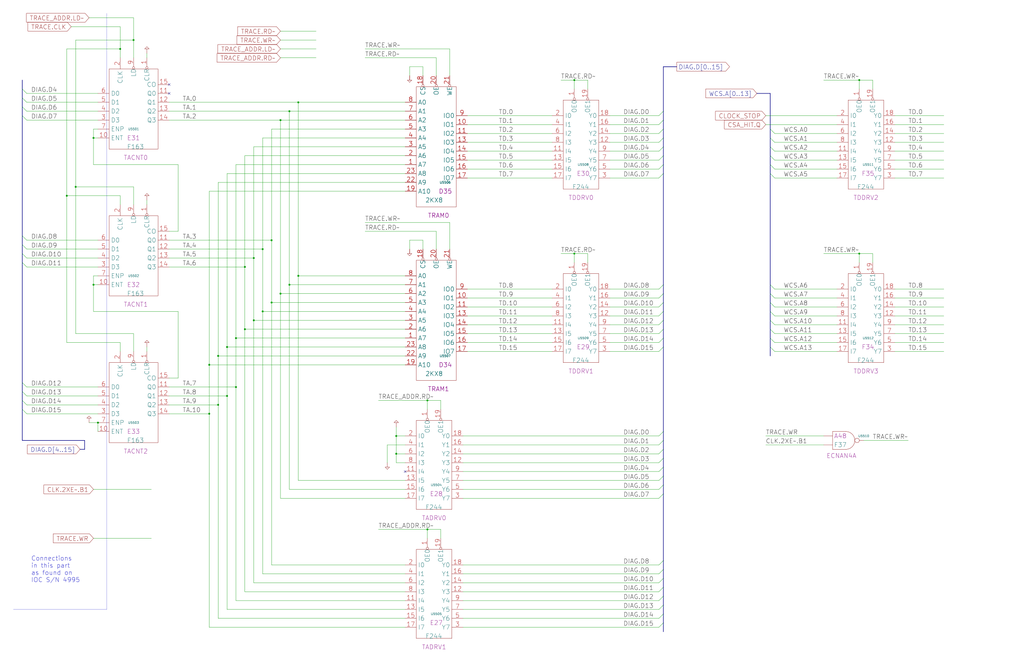
<source format=kicad_sch>
(kicad_sch (version 20250114) (generator "eeschema") (generator_version "9.0")
  (paper "User" 584.2 378.46)
  (title_block (title "TRACE RAMS") (date "22-SEP-90") (rev "2.0") (comment 1 "IOC") (comment 2 "232-003061") (comment 3 "S400") (comment 4 "RELEASED"))
  (lib_symbols
    (symbol "r1000:2KX8" (pin_names (offset 1.016))
      (property "Reference" "U" (at 2.54 5.08 0))
      (property "Value" "2KX8" (at -8.89 -5.08 0))
      (property "Location" "___" (at -1.27 0 0))
      (property "Name" "______" (at -1.27 -15.24 0))
      (symbol "2KX8_1_1"
        (rectangle (start -13.97 59.69) (end 8.89 -8.89))
        (circle (center -10.16 60.325) (radius 0.635))
        (circle (center -2.54 60.325) (radius 0.635))
        (circle (center 5.08 60.325) (radius 0.635))
        (pin input line (at -20.32 50.8 0) (length 6.35) (name "A0") (number "8"))
        (pin input line (at -20.32 45.72 0) (length 6.35) (name "A1") (number "7"))
        (pin input line (at -20.32 40.64 0) (length 6.35) (name "A2") (number "6"))
        (pin input line (at -20.32 35.56 0) (length 6.35) (name "A3") (number "5"))
        (pin input line (at -20.32 30.48 0) (length 6.35) (name "A4") (number "4"))
        (pin input line (at -20.32 25.4 0) (length 6.35) (name "A5") (number "3"))
        (pin input line (at -20.32 20.32 0) (length 6.35) (name "A6") (number "2"))
        (pin input line (at -20.32 15.24 0) (length 6.35) (name "A7") (number "1"))
        (pin input line (at -20.32 10.16 0) (length 6.35) (name "A8") (number "23"))
        (pin input line (at -20.32 5.08 0) (length 6.35) (name "A9") (number "22"))
        (pin input line (at -20.32 0 0) (length 6.35) (name "A10") (number "19"))
        (pin input line (at -10.16 66.04 270) (length 5.08) (name "CS") (number "18"))
        (pin input line (at -2.54 66.04 270) (length 5.08) (name "OE") (number "20"))
        (pin input line (at 5.08 66.04 270) (length 5.08) (name "WE") (number "21"))
        (pin bidirectional line (at 15.24 43.18 180) (length 6.35) (name "IO0") (number "9"))
        (pin bidirectional line (at 15.24 38.1 180) (length 6.35) (name "IO1") (number "10"))
        (pin bidirectional line (at 15.24 33.02 180) (length 6.35) (name "IO2") (number "11"))
        (pin bidirectional line (at 15.24 27.94 180) (length 6.35) (name "IO3") (number "13"))
        (pin bidirectional line (at 15.24 22.86 180) (length 6.35) (name "IO4") (number "14"))
        (pin bidirectional line (at 15.24 17.78 180) (length 6.35) (name "IO5") (number "15"))
        (pin bidirectional line (at 15.24 12.7 180) (length 6.35) (name "IO6") (number "16"))
        (pin bidirectional line (at 15.24 7.62 180) (length 6.35) (name "IO7") (number "17"))
      )
    )
    (symbol "r1000:F163" (pin_names (offset 1.016))
      (property "Reference" "U" (at 2.54 5.08 0))
      (property "Value" "F163" (at -1.27 -5.08 0))
      (property "Location" "___" (at -1.27 0 0))
      (property "Name" "______" (at 3.81 -12.7 0))
      (symbol "F163_1_1"
        (rectangle (start -11.43 39.37) (end 16.51 -6.35))
        (circle (center 2.54 40.005) (radius 0.635))
        (circle (center 10.16 40.005) (radius 0.635))
        (pin input line (at -17.78 25.4 0) (length 6.35) (name "D0") (number "6"))
        (pin input line (at -17.78 20.32 0) (length 6.35) (name "D1") (number "5"))
        (pin input line (at -17.78 15.24 0) (length 6.35) (name "D2") (number "4"))
        (pin input line (at -17.78 10.16 0) (length 6.35) (name "D3") (number "3"))
        (pin input line (at -17.78 5.08 0) (length 6.35) (name "ENP") (number "7"))
        (pin input line (at -17.78 0 0) (length 6.35) (name "ENT") (number "10"))
        (pin input line (at -5.08 45.72 270) (length 6.35) (name "CLK") (number "2"))
        (pin input line (at 2.54 45.72 270) (length 5.08) (name "LD") (number "9"))
        (pin input line (at 10.16 45.72 270) (length 5.08) (name "CLR") (number "1"))
        (pin output line (at 22.86 30.48 180) (length 6.35) (name "CO") (number "15"))
        (pin output line (at 22.86 25.4 180) (length 6.35) (name "Q0") (number "11"))
        (pin output line (at 22.86 20.32 180) (length 6.35) (name "Q1") (number "12"))
        (pin output line (at 22.86 15.24 180) (length 6.35) (name "Q2") (number "13"))
        (pin output line (at 22.86 10.16 180) (length 6.35) (name "Q3") (number "14"))
      )
    )
    (symbol "r1000:F244" (pin_names (offset 1.016))
      (property "Reference" "U" (at 2.54 5.08 0))
      (property "Value" "F244" (at -3.81 -7.62 0))
      (property "Location" "___" (at -1.27 0 0))
      (property "Name" "______" (at 1.27 -15.24 0))
      (symbol "F244_1_1"
        (rectangle (start -8.89 41.91) (end 11.43 -8.89))
        (circle (center -2.54 42.545) (radius 0.635))
        (circle (center 5.08 42.545) (radius 0.635))
        (pin input line (at -15.24 33.02 0) (length 6.35) (name "I0") (number "2"))
        (pin input line (at -15.24 27.94 0) (length 6.35) (name "I1") (number "4"))
        (pin input line (at -15.24 22.86 0) (length 6.35) (name "I2") (number "6"))
        (pin input line (at -15.24 17.78 0) (length 6.35) (name "I3") (number "8"))
        (pin input line (at -15.24 12.7 0) (length 6.35) (name "I4") (number "11"))
        (pin input line (at -15.24 7.62 0) (length 6.35) (name "I5") (number "13"))
        (pin input line (at -15.24 2.54 0) (length 6.35) (name "I6") (number "15"))
        (pin input line (at -15.24 -2.54 0) (length 6.35) (name "I7") (number "17"))
        (pin input line (at -2.54 48.26 270) (length 5.08) (name "OE0") (number "1"))
        (pin input line (at 5.08 48.26 270) (length 5.08) (name "OE1") (number "19"))
        (pin tri_state line (at 17.78 33.02 180) (length 6.35) (name "Y0") (number "18"))
        (pin tri_state line (at 17.78 27.94 180) (length 6.35) (name "Y1") (number "16"))
        (pin tri_state line (at 17.78 22.86 180) (length 6.35) (name "Y2") (number "14"))
        (pin tri_state line (at 17.78 17.78 180) (length 6.35) (name "Y3") (number "12"))
        (pin tri_state line (at 17.78 12.7 180) (length 6.35) (name "Y4") (number "9"))
        (pin tri_state line (at 17.78 7.62 180) (length 6.35) (name "Y5") (number "7"))
        (pin tri_state line (at 17.78 2.54 180) (length 6.35) (name "Y6") (number "5"))
        (pin tri_state line (at 17.78 -2.54 180) (length 6.35) (name "Y7") (number "3"))
      )
    )
    (symbol "r1000:F37" (pin_numbers (hide yes)) (pin_names (offset 0) (hide yes))
      (property "Reference" "U" (at 15.24 0 0))
      (property "Value" "F37" (at 1.905 -5.08 0))
      (property "Location" "___" (at 1.905 0 0))
      (property "Name" "______" (at 2.54 -12.7 0))
      (symbol "F37_0_1"
        (polyline (pts (xy -2.54 2.54) (xy -2.54 -7.62)) (stroke (width 0.1524)))
        (polyline (pts (xy -2.54 2.54) (xy 5.08 2.54)) (stroke (width 0.1524)))
        (polyline (pts (xy -2.54 -7.62) (xy 5.08 -7.62)) (stroke (width 0.1524)))
        (arc (start 5.08 2.54) (mid 10.1281 -2.54) (end 5.08 -7.62) (stroke (width 0.1524)))
        (circle (center 11.43 -2.54) (radius 1.27) (stroke (width 0.1524)))
      )
      (symbol "F37_0_2"
        (arc (start -3.175 2.54) (mid -2.134 -2.54) (end -3.175 -7.62) (stroke (width 0.1524)))
        (circle (center -3.81 0) (radius 1.27) (stroke (width 0.1524)))
        (circle (center -3.81 -5.08) (radius 1.27) (stroke (width 0.1524)))
        (polyline (pts (xy -3.175 2.54) (xy 3.81 2.54)) (stroke (width 0.1524)))
        (polyline (pts (xy -3.175 -7.62) (xy 3.81 -7.62)) (stroke (width 0.1524)))
        (arc (start 3.81 2.54) (mid 7.5828 0.7472) (end 10.16 -2.54) (stroke (width 0.1524)))
        (arc (start 10.16 -2.54) (mid 7.5855 -5.8306) (end 3.81 -7.62) (stroke (width 0.1524)))
      )
      (symbol "F37_1_1"
        (pin input line (at -7.62 0 0) (length 5.08) (name "D0") (number "1"))
        (pin input line (at -7.62 -5.08 0) (length 5.08) (name "D1") (number "2"))
        (pin output line (at 15.24 -2.54 180) (length 2.54) (name "Q") (number "3"))
      )
      (symbol "F37_1_2"
        (pin input line (at -7.62 0 0) (length 2.54) (name "D0") (number "1"))
        (pin input line (at -7.62 -5.08 0) (length 2.54) (name "D1") (number "2"))
        (pin output line (at 15.24 -2.54 180) (length 5.08) (name "Q") (number "3"))
      )
    )
    (symbol "r1000:PD" (power) (pin_numbers (hide yes)) (pin_names (hide yes)) (in_bom no)
      (symbol "PD_0_1"
        (polyline (pts (xy 0 -2.54) (xy 1.27 -2.54) (xy 0 -3.81) (xy -1.27 -2.54) (xy 0 -2.54)) (stroke (width 0.1524)))
      )
      (symbol "PD_1_1"
        (pin power_in line (at 0 0 270) (length 2.54) (name "PD") (number "1"))
      )
    )
    (symbol "r1000:PU" (power) (pin_numbers (hide yes)) (pin_names (hide yes))
      (symbol "PU_0_1"
        (polyline (pts (xy 0 2.54) (xy -1.27 2.54) (xy 0 3.81) (xy 1.27 2.54) (xy 0 2.54)) (stroke (width 0.1524)))
      )
      (symbol "PU_1_1"
        (pin power_in line (at 0 0 90) (length 2.54) (name "PU") (number "1"))
      )
    )
  )
  (text "Connections\nin this part\nas found on\nIOC S/N 4995" (at 17.78 332.74 0) (effects (font (size 2.54 2.54)) (justify left bottom)))
  (junction (at 327.66 45.72))
  (junction (at 160.02 167.64))
  (junction (at 165.1 63.5))
  (junction (at 38.1 111.76))
  (junction (at 134.62 193.04))
  (junction (at 243.84 228.6))
  (junction (at 43.18 106.68))
  (junction (at 53.34 78.74))
  (junction (at 160.02 68.58))
  (junction (at 53.34 162.56))
  (junction (at 327.66 144.78))
  (junction (at 68.58 27.94))
  (junction (at 119.38 236.22))
  (junction (at 144.78 182.88))
  (junction (at 149.86 177.8))
  (junction (at 165.1 162.56))
  (junction (at 149.86 142.24))
  (junction (at 134.62 220.98))
  (junction (at 124.46 203.2))
  (junction (at 129.54 198.12))
  (junction (at 170.18 58.42))
  (junction (at 226.06 259.08))
  (junction (at 154.94 172.72))
  (junction (at 490.22 45.72))
  (junction (at 129.54 226.06))
  (junction (at 139.7 187.96))
  (junction (at 243.84 302.26))
  (junction (at 170.18 157.48))
  (junction (at 226.06 248.92))
  (junction (at 55.88 241.3))
  (junction (at 119.38 208.28))
  (junction (at 490.22 144.78))
  (junction (at 144.78 147.32))
  (junction (at 139.7 152.4))
  (junction (at 154.94 137.16))
  (junction (at 124.46 231.14))
  (junction (at 76.2 22.86))
  (no_connect (at 96.52 53.34))
  (no_connect (at 96.52 48.26))
  (no_connect (at 231.14 269.24))
  (bus_entry (at 378.46 68.58) (size -2.54 2.54))
  (bus_entry (at 12.7 66.04) (size 2.54 2.54))
  (bus_entry (at 378.46 246.38) (size -2.54 2.54))
  (bus_entry (at 439.42 187.96) (size 2.54 2.54))
  (bus_entry (at 439.42 83.82) (size 2.54 2.54))
  (bus_entry (at 378.46 167.64) (size -2.54 2.54))
  (bus_entry (at 439.42 93.98) (size 2.54 2.54))
  (bus_entry (at 12.7 218.44) (size 2.54 2.54))
  (bus_entry (at 378.46 198.12) (size -2.54 2.54))
  (bus_entry (at 12.7 228.6) (size 2.54 2.54))
  (bus_entry (at 378.46 281.94) (size -2.54 2.54))
  (bus_entry (at 378.46 261.62) (size -2.54 2.54))
  (bus_entry (at 12.7 223.52) (size 2.54 2.54))
  (bus_entry (at 378.46 93.98) (size -2.54 2.54))
  (bus_entry (at 378.46 355.6) (size -2.54 2.54))
  (bus_entry (at 378.46 251.46) (size -2.54 2.54))
  (bus_entry (at 378.46 172.72) (size -2.54 2.54))
  (bus_entry (at 439.42 88.9) (size 2.54 2.54))
  (bus_entry (at 378.46 83.82) (size -2.54 2.54))
  (bus_entry (at 439.42 193.04) (size 2.54 2.54))
  (bus_entry (at 439.42 182.88) (size 2.54 2.54))
  (bus_entry (at 12.7 149.86) (size 2.54 2.54))
  (bus_entry (at 378.46 73.66) (size -2.54 2.54))
  (bus_entry (at 378.46 182.88) (size -2.54 2.54))
  (bus_entry (at 439.42 177.8) (size 2.54 2.54))
  (bus_entry (at 439.42 78.74) (size 2.54 2.54))
  (bus_entry (at 12.7 144.78) (size 2.54 2.54))
  (bus_entry (at 378.46 335.28) (size -2.54 2.54))
  (bus_entry (at 12.7 233.68) (size 2.54 2.54))
  (bus_entry (at 378.46 88.9) (size -2.54 2.54))
  (bus_entry (at 378.46 187.96) (size -2.54 2.54))
  (bus_entry (at 378.46 330.2) (size -2.54 2.54))
  (bus_entry (at 378.46 99.06) (size -2.54 2.54))
  (bus_entry (at 439.42 167.64) (size 2.54 2.54))
  (bus_entry (at 378.46 177.8) (size -2.54 2.54))
  (bus_entry (at 378.46 345.44) (size -2.54 2.54))
  (bus_entry (at 378.46 271.78) (size -2.54 2.54))
  (bus_entry (at 378.46 162.56) (size -2.54 2.54))
  (bus_entry (at 378.46 350.52) (size -2.54 2.54))
  (bus_entry (at 378.46 276.86) (size -2.54 2.54))
  (bus_entry (at 378.46 266.7) (size -2.54 2.54))
  (bus_entry (at 12.7 50.8) (size 2.54 2.54))
  (bus_entry (at 378.46 256.54) (size -2.54 2.54))
  (bus_entry (at 378.46 340.36) (size -2.54 2.54))
  (bus_entry (at 439.42 172.72) (size 2.54 2.54))
  (bus_entry (at 12.7 55.88) (size 2.54 2.54))
  (bus_entry (at 12.7 139.7) (size 2.54 2.54))
  (bus_entry (at 439.42 198.12) (size 2.54 2.54))
  (bus_entry (at 439.42 99.06) (size 2.54 2.54))
  (bus_entry (at 378.46 325.12) (size -2.54 2.54))
  (bus_entry (at 12.7 134.62) (size 2.54 2.54))
  (bus_entry (at 439.42 162.56) (size 2.54 2.54))
  (bus_entry (at 439.42 73.66) (size 2.54 2.54))
  (bus_entry (at 378.46 193.04) (size -2.54 2.54))
  (bus_entry (at 378.46 78.74) (size -2.54 2.54))
  (bus_entry (at 12.7 60.96) (size 2.54 2.54))
  (bus_entry (at 378.46 320.04) (size -2.54 2.54))
  (bus_entry (at 378.46 63.5) (size -2.54 2.54))
  (bus (pts (xy 378.46 162.56) (xy 378.46 167.64)))
  (wire (pts (xy 76.2 190.5) (xy 43.18 190.5)))
  (wire (pts (xy 139.7 88.9) (xy 231.14 88.9)))
  (wire (pts (xy 154.94 137.16) (xy 154.94 172.72)))
  (wire (pts (xy 38.1 195.58) (xy 38.1 111.76)))
  (wire (pts (xy 154.94 73.66) (xy 154.94 137.16)))
  (wire (pts (xy 160.02 167.64) (xy 231.14 167.64)))
  (bus (pts (xy 439.42 187.96) (xy 439.42 193.04)))
  (wire (pts (xy 264.16 353.06) (xy 375.92 353.06)))
  (wire (pts (xy 15.24 137.16) (xy 55.88 137.16)))
  (bus (pts (xy 439.42 73.66) (xy 439.42 78.74)))
  (wire (pts (xy 134.62 193.04) (xy 231.14 193.04)))
  (wire (pts (xy 144.78 182.88) (xy 231.14 182.88)))
  (wire (pts (xy 264.16 322.58) (xy 375.92 322.58)))
  (wire (pts (xy 226.06 248.92) (xy 231.14 248.92)))
  (wire (pts (xy 101.6 177.8) (xy 53.34 177.8)))
  (wire (pts (xy 231.14 337.82) (xy 139.7 337.82)))
  (bus (pts (xy 12.7 66.04) (xy 12.7 134.62)))
  (wire (pts (xy 53.34 157.48) (xy 55.88 157.48)))
  (wire (pts (xy 490.22 144.78) (xy 469.9 144.78)))
  (bus (pts (xy 12.7 223.52) (xy 12.7 228.6)))
  (bus (pts (xy 378.46 99.06) (xy 378.46 162.56)))
  (wire (pts (xy 243.84 302.26) (xy 243.84 307.34)))
  (bus (pts (xy 378.46 172.72) (xy 378.46 177.8)))
  (wire (pts (xy 208.28 27.94) (xy 256.54 27.94)))
  (wire (pts (xy 96.52 58.42) (xy 170.18 58.42)))
  (wire (pts (xy 129.54 226.06) (xy 129.54 198.12)))
  (wire (pts (xy 441.96 165.1) (xy 477.52 165.1)))
  (wire (pts (xy 76.2 22.86) (xy 76.2 33.02)))
  (wire (pts (xy 320.04 45.72) (xy 327.66 45.72)))
  (wire (pts (xy 441.96 180.34) (xy 477.52 180.34)))
  (wire (pts (xy 96.52 142.24) (xy 149.86 142.24)))
  (wire (pts (xy 510.54 195.58) (xy 538.48 195.58)))
  (wire (pts (xy 129.54 198.12) (xy 129.54 99.06)))
  (wire (pts (xy 264.16 347.98) (xy 375.92 347.98)))
  (wire (pts (xy 231.14 104.14) (xy 124.46 104.14)))
  (wire (pts (xy 53.34 78.74) (xy 55.88 78.74)))
  (wire (pts (xy 256.54 43.18) (xy 256.54 27.94)))
  (wire (pts (xy 149.86 78.74) (xy 231.14 78.74)))
  (wire (pts (xy 15.24 152.4) (xy 55.88 152.4)))
  (wire (pts (xy 231.14 327.66) (xy 149.86 327.66)))
  (wire (pts (xy 241.3 142.24) (xy 241.3 137.16)))
  (wire (pts (xy 119.38 208.28) (xy 119.38 109.22)))
  (wire (pts (xy 50.8 241.3) (xy 55.88 241.3)))
  (wire (pts (xy 510.54 190.5) (xy 538.48 190.5)))
  (wire (pts (xy 510.54 91.44) (xy 538.48 91.44)))
  (wire (pts (xy 241.3 38.1) (xy 233.68 38.1)))
  (wire (pts (xy 510.54 200.66) (xy 538.48 200.66)))
  (bus (pts (xy 378.46 167.64) (xy 378.46 172.72)))
  (bus (pts (xy 378.46 198.12) (xy 378.46 246.38)))
  (wire (pts (xy 264.16 264.16) (xy 375.92 264.16)))
  (wire (pts (xy 266.7 96.52) (xy 314.96 96.52)))
  (wire (pts (xy 96.52 231.14) (xy 124.46 231.14)))
  (wire (pts (xy 15.24 236.22) (xy 55.88 236.22)))
  (wire (pts (xy 231.14 73.66) (xy 154.94 73.66)))
  (wire (pts (xy 441.96 200.66) (xy 477.52 200.66)))
  (wire (pts (xy 68.58 27.94) (xy 68.58 33.02)))
  (bus (pts (xy 12.7 228.6) (xy 12.7 233.68)))
  (wire (pts (xy 76.2 200.66) (xy 76.2 190.5)))
  (bus (pts (xy 378.46 193.04) (xy 378.46 198.12)))
  (wire (pts (xy 510.54 101.6) (xy 538.48 101.6)))
  (wire (pts (xy 347.98 190.5) (xy 375.92 190.5)))
  (wire (pts (xy 139.7 187.96) (xy 139.7 152.4)))
  (wire (pts (xy 129.54 99.06) (xy 231.14 99.06)))
  (bus (pts (xy 378.46 340.36) (xy 378.46 345.44)))
  (wire (pts (xy 231.14 274.32) (xy 170.18 274.32)))
  (wire (pts (xy 248.92 142.24) (xy 248.92 132.08)))
  (wire (pts (xy 76.2 10.16) (xy 76.2 22.86)))
  (wire (pts (xy 160.02 68.58) (xy 231.14 68.58)))
  (wire (pts (xy 441.96 185.42) (xy 477.52 185.42)))
  (wire (pts (xy 231.14 347.98) (xy 129.54 347.98)))
  (wire (pts (xy 266.7 180.34) (xy 314.96 180.34)))
  (wire (pts (xy 96.52 220.98) (xy 134.62 220.98)))
  (bus (pts (xy 439.42 177.8) (xy 439.42 182.88)))
  (wire (pts (xy 436.88 254) (xy 469.9 254)))
  (wire (pts (xy 490.22 45.72) (xy 490.22 50.8)))
  (bus (pts (xy 439.42 182.88) (xy 439.42 187.96)))
  (bus (pts (xy 378.46 182.88) (xy 378.46 187.96)))
  (wire (pts (xy 149.86 177.8) (xy 231.14 177.8)))
  (wire (pts (xy 248.92 43.18) (xy 248.92 33.02)))
  (bus (pts (xy 378.46 93.98) (xy 378.46 99.06)))
  (wire (pts (xy 15.24 220.98) (xy 55.88 220.98)))
  (wire (pts (xy 96.52 226.06) (xy 129.54 226.06)))
  (wire (pts (xy 266.7 86.36) (xy 314.96 86.36)))
  (bus (pts (xy 12.7 218.44) (xy 12.7 223.52)))
  (wire (pts (xy 96.52 152.4) (xy 139.7 152.4)))
  (wire (pts (xy 38.1 27.94) (xy 68.58 27.94)))
  (bus (pts (xy 439.42 193.04) (xy 439.42 198.12)))
  (bus (pts (xy 378.46 187.96) (xy 378.46 193.04)))
  (wire (pts (xy 124.46 104.14) (xy 124.46 203.2)))
  (wire (pts (xy 165.1 162.56) (xy 165.1 63.5)))
  (wire (pts (xy 490.22 45.72) (xy 497.84 45.72)))
  (wire (pts (xy 144.78 332.74) (xy 231.14 332.74)))
  (wire (pts (xy 96.52 215.9) (xy 101.6 215.9)))
  (bus (pts (xy 378.46 350.52) (xy 378.46 355.6)))
  (bus (pts (xy 378.46 276.86) (xy 378.46 281.94)))
  (wire (pts (xy 243.84 228.6) (xy 251.46 228.6)))
  (wire (pts (xy 510.54 76.2) (xy 538.48 76.2)))
  (wire (pts (xy 497.84 149.86) (xy 497.84 144.78)))
  (wire (pts (xy 149.86 142.24) (xy 149.86 78.74)))
  (wire (pts (xy 68.58 116.84) (xy 68.58 111.76)))
  (bus (pts (xy 378.46 88.9) (xy 378.46 93.98)))
  (wire (pts (xy 441.96 96.52) (xy 477.52 96.52)))
  (wire (pts (xy 144.78 182.88) (xy 144.78 332.74)))
  (wire (pts (xy 441.96 91.44) (xy 477.52 91.44)))
  (wire (pts (xy 347.98 195.58) (xy 375.92 195.58)))
  (bus (pts (xy 378.46 78.74) (xy 378.46 83.82)))
  (wire (pts (xy 248.92 132.08) (xy 208.28 132.08)))
  (wire (pts (xy 124.46 231.14) (xy 124.46 353.06)))
  (bus (pts (xy 439.42 93.98) (xy 439.42 99.06)))
  (wire (pts (xy 441.96 101.6) (xy 477.52 101.6)))
  (bus (pts (xy 12.7 45.72) (xy 12.7 50.8)))
  (wire (pts (xy 53.34 73.66) (xy 55.88 73.66)))
  (wire (pts (xy 510.54 86.36) (xy 538.48 86.36)))
  (wire (pts (xy 241.3 43.18) (xy 241.3 38.1)))
  (wire (pts (xy 347.98 185.42) (xy 375.92 185.42)))
  (wire (pts (xy 68.58 195.58) (xy 38.1 195.58)))
  (wire (pts (xy 436.88 66.04) (xy 477.52 66.04)))
  (wire (pts (xy 327.66 144.78) (xy 335.28 144.78)))
  (wire (pts (xy 160.02 284.48) (xy 160.02 167.64)))
  (wire (pts (xy 76.2 116.84) (xy 76.2 106.68)))
  (wire (pts (xy 266.7 170.18) (xy 314.96 170.18)))
  (wire (pts (xy 53.34 162.56) (xy 55.88 162.56)))
  (wire (pts (xy 38.1 111.76) (xy 38.1 27.94)))
  (wire (pts (xy 160.02 22.86) (xy 180.34 22.86)))
  (wire (pts (xy 231.14 284.48) (xy 160.02 284.48)))
  (wire (pts (xy 441.96 76.2) (xy 477.52 76.2)))
  (wire (pts (xy 96.52 63.5) (xy 165.1 63.5)))
  (bus (pts (xy 12.7 149.86) (xy 12.7 218.44)))
  (wire (pts (xy 441.96 86.36) (xy 477.52 86.36)))
  (wire (pts (xy 231.14 254) (xy 220.98 254)))
  (wire (pts (xy 347.98 71.12) (xy 375.92 71.12)))
  (wire (pts (xy 129.54 347.98) (xy 129.54 226.06)))
  (wire (pts (xy 347.98 91.44) (xy 375.92 91.44)))
  (wire (pts (xy 492.76 251.46) (xy 518.16 251.46)))
  (wire (pts (xy 266.7 71.12) (xy 314.96 71.12)))
  (wire (pts (xy 469.9 45.72) (xy 490.22 45.72)))
  (wire (pts (xy 53.34 162.56) (xy 53.34 157.48)))
  (bus (pts (xy 378.46 63.5) (xy 378.46 68.58)))
  (wire (pts (xy 15.24 147.32) (xy 55.88 147.32)))
  (wire (pts (xy 347.98 200.66) (xy 375.92 200.66)))
  (wire (pts (xy 264.16 284.48) (xy 375.92 284.48)))
  (bus (pts (xy 378.46 281.94) (xy 378.46 320.04)))
  (wire (pts (xy 83.82 198.12) (xy 83.82 200.66)))
  (bus (pts (xy 439.42 172.72) (xy 439.42 177.8)))
  (wire (pts (xy 83.82 30.48) (xy 83.82 33.02)))
  (bus (pts (xy 48.26 251.46) (xy 12.7 251.46)))
  (wire (pts (xy 266.7 200.66) (xy 314.96 200.66)))
  (wire (pts (xy 96.52 132.08) (xy 101.6 132.08)))
  (bus (pts (xy 439.42 53.34) (xy 439.42 73.66)))
  (wire (pts (xy 15.24 58.42) (xy 55.88 58.42)))
  (wire (pts (xy 436.88 248.92) (xy 469.9 248.92)))
  (wire (pts (xy 233.68 137.16) (xy 233.68 142.24)))
  (wire (pts (xy 266.7 190.5) (xy 314.96 190.5)))
  (wire (pts (xy 215.9 302.26) (xy 243.84 302.26)))
  (wire (pts (xy 165.1 63.5) (xy 231.14 63.5)))
  (wire (pts (xy 510.54 71.12) (xy 538.48 71.12)))
  (wire (pts (xy 327.66 45.72) (xy 327.66 50.8)))
  (wire (pts (xy 266.7 66.04) (xy 314.96 66.04)))
  (bus (pts (xy 12.7 134.62) (xy 12.7 139.7)))
  (wire (pts (xy 139.7 152.4) (xy 139.7 88.9)))
  (wire (pts (xy 165.1 162.56) (xy 231.14 162.56)))
  (wire (pts (xy 170.18 58.42) (xy 231.14 58.42)))
  (wire (pts (xy 50.8 10.16) (xy 76.2 10.16)))
  (wire (pts (xy 15.24 53.34) (xy 55.88 53.34)))
  (wire (pts (xy 124.46 203.2) (xy 231.14 203.2)))
  (wire (pts (xy 215.9 228.6) (xy 243.84 228.6)))
  (wire (pts (xy 170.18 274.32) (xy 170.18 157.48)))
  (wire (pts (xy 266.7 175.26) (xy 314.96 175.26)))
  (wire (pts (xy 76.2 106.68) (xy 43.18 106.68)))
  (wire (pts (xy 441.96 195.58) (xy 477.52 195.58)))
  (wire (pts (xy 15.24 68.58) (xy 55.88 68.58)))
  (bus (pts (xy 378.46 73.66) (xy 378.46 78.74)))
  (wire (pts (xy 53.34 93.98) (xy 53.34 78.74)))
  (wire (pts (xy 436.88 71.12) (xy 477.52 71.12)))
  (bus (pts (xy 378.46 330.2) (xy 378.46 335.28)))
  (bus (pts (xy 439.42 78.74) (xy 439.42 83.82)))
  (wire (pts (xy 327.66 144.78) (xy 327.66 149.86)))
  (wire (pts (xy 53.34 279.4) (xy 86.36 279.4)))
  (wire (pts (xy 43.18 22.86) (xy 76.2 22.86)))
  (wire (pts (xy 264.16 327.66) (xy 375.92 327.66)))
  (wire (pts (xy 347.98 165.1) (xy 375.92 165.1)))
  (wire (pts (xy 68.58 200.66) (xy 68.58 195.58)))
  (wire (pts (xy 43.18 106.68) (xy 43.18 22.86)))
  (wire (pts (xy 510.54 180.34) (xy 538.48 180.34)))
  (wire (pts (xy 347.98 170.18) (xy 375.92 170.18)))
  (wire (pts (xy 101.6 132.08) (xy 101.6 93.98)))
  (bus (pts (xy 439.42 162.56) (xy 439.42 167.64)))
  (bus (pts (xy 378.46 83.82) (xy 378.46 88.9)))
  (bus (pts (xy 378.46 320.04) (xy 378.46 325.12)))
  (wire (pts (xy 264.16 269.24) (xy 375.92 269.24)))
  (wire (pts (xy 266.7 195.58) (xy 314.96 195.58)))
  (wire (pts (xy 256.54 142.24) (xy 256.54 127)))
  (bus (pts (xy 378.46 38.1) (xy 386.08 38.1)))
  (bus (pts (xy 378.46 251.46) (xy 378.46 256.54)))
  (wire (pts (xy 96.52 68.58) (xy 160.02 68.58)))
  (wire (pts (xy 510.54 185.42) (xy 538.48 185.42)))
  (wire (pts (xy 15.24 142.24) (xy 55.88 142.24)))
  (wire (pts (xy 96.52 236.22) (xy 119.38 236.22)))
  (wire (pts (xy 347.98 86.36) (xy 375.92 86.36)))
  (bus (pts (xy 12.7 55.88) (xy 12.7 60.96)))
  (wire (pts (xy 327.66 45.72) (xy 335.28 45.72)))
  (wire (pts (xy 170.18 157.48) (xy 170.18 58.42)))
  (wire (pts (xy 226.06 259.08) (xy 226.06 248.92)))
  (wire (pts (xy 208.28 127) (xy 256.54 127)))
  (wire (pts (xy 266.7 101.6) (xy 314.96 101.6)))
  (wire (pts (xy 266.7 91.44) (xy 314.96 91.44)))
  (bus (pts (xy 439.42 83.82) (xy 439.42 88.9)))
  (wire (pts (xy 233.68 38.1) (xy 233.68 43.18)))
  (wire (pts (xy 241.3 137.16) (xy 233.68 137.16)))
  (bus (pts (xy 378.46 68.58) (xy 378.46 73.66)))
  (wire (pts (xy 231.14 83.82) (xy 144.78 83.82)))
  (bus (pts (xy 378.46 271.78) (xy 378.46 276.86)))
  (wire (pts (xy 243.84 302.26) (xy 251.46 302.26)))
  (wire (pts (xy 154.94 172.72) (xy 154.94 322.58)))
  (wire (pts (xy 134.62 93.98) (xy 134.62 193.04)))
  (wire (pts (xy 149.86 177.8) (xy 149.86 142.24)))
  (wire (pts (xy 510.54 96.52) (xy 538.48 96.52)))
  (wire (pts (xy 510.54 66.04) (xy 538.48 66.04)))
  (bus (pts (xy 12.7 233.68) (xy 12.7 251.46)))
  (bus (pts (xy 439.42 167.64) (xy 439.42 172.72)))
  (wire (pts (xy 124.46 203.2) (xy 124.46 231.14)))
  (bus (pts (xy 378.46 266.7) (xy 378.46 271.78)))
  (wire (pts (xy 264.16 254) (xy 375.92 254)))
  (wire (pts (xy 160.02 33.02) (xy 180.34 33.02)))
  (wire (pts (xy 160.02 17.78) (xy 180.34 17.78)))
  (wire (pts (xy 15.24 63.5) (xy 55.88 63.5)))
  (bus (pts (xy 431.8 53.34) (xy 439.42 53.34)))
  (wire (pts (xy 170.18 157.48) (xy 231.14 157.48)))
  (wire (pts (xy 510.54 81.28) (xy 538.48 81.28)))
  (wire (pts (xy 497.84 144.78) (xy 490.22 144.78)))
  (wire (pts (xy 231.14 93.98) (xy 134.62 93.98)))
  (bus (pts (xy 378.46 355.6) (xy 378.46 360.68)))
  (wire (pts (xy 68.58 15.24) (xy 68.58 27.94)))
  (wire (pts (xy 139.7 337.82) (xy 139.7 187.96)))
  (wire (pts (xy 226.06 264.16) (xy 226.06 259.08)))
  (wire (pts (xy 55.88 241.3) (xy 55.88 246.38)))
  (bus (pts (xy 439.42 99.06) (xy 439.42 162.56)))
  (wire (pts (xy 43.18 190.5) (xy 43.18 106.68)))
  (bus (pts (xy 439.42 88.9) (xy 439.42 93.98)))
  (wire (pts (xy 264.16 332.74) (xy 375.92 332.74)))
  (wire (pts (xy 101.6 93.98) (xy 53.34 93.98)))
  (bus (pts (xy 12.7 60.96) (xy 12.7 66.04)))
  (wire (pts (xy 231.14 358.14) (xy 119.38 358.14)))
  (bus (pts (xy 378.46 325.12) (xy 378.46 330.2)))
  (wire (pts (xy 101.6 215.9) (xy 101.6 177.8)))
  (wire (pts (xy 347.98 175.26) (xy 375.92 175.26)))
  (bus (pts (xy 45.72 256.54) (xy 48.26 256.54)))
  (wire (pts (xy 441.96 81.28) (xy 477.52 81.28)))
  (wire (pts (xy 264.16 358.14) (xy 375.92 358.14)))
  (wire (pts (xy 510.54 165.1) (xy 538.48 165.1)))
  (wire (pts (xy 231.14 264.16) (xy 226.06 264.16)))
  (wire (pts (xy 347.98 76.2) (xy 375.92 76.2)))
  (wire (pts (xy 266.7 165.1) (xy 314.96 165.1)))
  (wire (pts (xy 264.16 248.92) (xy 375.92 248.92)))
  (wire (pts (xy 266.7 185.42) (xy 314.96 185.42)))
  (wire (pts (xy 96.52 137.16) (xy 154.94 137.16)))
  (bus (pts (xy 12.7 50.8) (xy 12.7 55.88)))
  (wire (pts (xy 441.96 170.18) (xy 477.52 170.18)))
  (wire (pts (xy 53.34 307.34) (xy 86.36 307.34)))
  (wire (pts (xy 160.02 167.64) (xy 160.02 68.58)))
  (wire (pts (xy 139.7 187.96) (xy 231.14 187.96)))
  (wire (pts (xy 264.16 259.08) (xy 375.92 259.08)))
  (wire (pts (xy 144.78 83.82) (xy 144.78 147.32)))
  (wire (pts (xy 510.54 170.18) (xy 538.48 170.18)))
  (bus (pts (xy 48.26 256.54) (xy 48.26 251.46)))
  (bus (pts (xy 378.46 246.38) (xy 378.46 251.46)))
  (wire (pts (xy 144.78 147.32) (xy 144.78 182.88)))
  (wire (pts (xy 53.34 78.74) (xy 53.34 73.66)))
  (wire (pts (xy 347.98 101.6) (xy 375.92 101.6)))
  (wire (pts (xy 320.04 144.78) (xy 327.66 144.78)))
  (wire (pts (xy 83.82 114.3) (xy 83.82 116.84)))
  (wire (pts (xy 497.84 50.8) (xy 497.84 45.72)))
  (wire (pts (xy 510.54 175.26) (xy 538.48 175.26)))
  (wire (pts (xy 441.96 175.26) (xy 477.52 175.26)))
  (wire (pts (xy 154.94 322.58) (xy 231.14 322.58)))
  (wire (pts (xy 266.7 76.2) (xy 314.96 76.2)))
  (wire (pts (xy 347.98 180.34) (xy 375.92 180.34)))
  (wire (pts (xy 119.38 236.22) (xy 119.38 208.28)))
  (bus (pts (xy 378.46 335.28) (xy 378.46 340.36)))
  (bus (pts (xy 12.7 144.78) (xy 12.7 149.86)))
  (wire (pts (xy 264.16 274.32) (xy 375.92 274.32)))
  (wire (pts (xy 264.16 342.9) (xy 375.92 342.9)))
  (wire (pts (xy 15.24 226.06) (xy 55.88 226.06)))
  (bus (pts (xy 12.7 139.7) (xy 12.7 144.78)))
  (wire (pts (xy 347.98 81.28) (xy 375.92 81.28)))
  (wire (pts (xy 160.02 27.94) (xy 180.34 27.94)))
  (wire (pts (xy 129.54 198.12) (xy 231.14 198.12)))
  (polyline (pts (xy 7.62 347.98) (xy 60.96 347.98)) (stroke (width 0.0243)))
  (wire (pts (xy 226.06 259.08) (xy 231.14 259.08)))
  (wire (pts (xy 490.22 144.78) (xy 490.22 149.86)))
  (bus (pts (xy 378.46 256.54) (xy 378.46 261.62)))
  (wire (pts (xy 165.1 279.4) (xy 165.1 162.56)))
  (wire (pts (xy 119.38 358.14) (xy 119.38 236.22)))
  (wire (pts (xy 335.28 149.86) (xy 335.28 144.78)))
  (wire (pts (xy 335.28 50.8) (xy 335.28 45.72)))
  (wire (pts (xy 347.98 66.04) (xy 375.92 66.04)))
  (wire (pts (xy 53.34 177.8) (xy 53.34 162.56)))
  (wire (pts (xy 248.92 33.02) (xy 208.28 33.02)))
  (wire (pts (xy 119.38 208.28) (xy 231.14 208.28)))
  (wire (pts (xy 441.96 190.5) (xy 477.52 190.5)))
  (wire (pts (xy 134.62 220.98) (xy 134.62 342.9)))
  (polyline (pts (xy 60.96 7.62) (xy 60.96 347.98)) (stroke (width 0.0243)))
  (wire (pts (xy 149.86 327.66) (xy 149.86 177.8)))
  (bus (pts (xy 378.46 177.8) (xy 378.46 182.88)))
  (wire (pts (xy 124.46 353.06) (xy 231.14 353.06)))
  (wire (pts (xy 154.94 172.72) (xy 231.14 172.72)))
  (wire (pts (xy 231.14 279.4) (xy 165.1 279.4)))
  (bus (pts (xy 378.46 345.44) (xy 378.46 350.52)))
  (wire (pts (xy 266.7 81.28) (xy 314.96 81.28)))
  (wire (pts (xy 68.58 111.76) (xy 38.1 111.76)))
  (wire (pts (xy 96.52 147.32) (xy 144.78 147.32)))
  (wire (pts (xy 226.06 248.92) (xy 226.06 243.84)))
  (bus (pts (xy 378.46 38.1) (xy 378.46 63.5)))
  (wire (pts (xy 251.46 233.68) (xy 251.46 228.6)))
  (wire (pts (xy 264.16 337.82) (xy 375.92 337.82)))
  (wire (pts (xy 347.98 96.52) (xy 375.92 96.52)))
  (wire (pts (xy 134.62 193.04) (xy 134.62 220.98)))
  (wire (pts (xy 220.98 254) (xy 220.98 264.16)))
  (wire (pts (xy 251.46 307.34) (xy 251.46 302.26)))
  (bus (pts (xy 378.46 261.62) (xy 378.46 266.7)))
  (wire (pts (xy 134.62 342.9) (xy 231.14 342.9)))
  (wire (pts (xy 40.64 15.24) (xy 68.58 15.24)))
  (wire (pts (xy 119.38 109.22) (xy 231.14 109.22)))
  (wire (pts (xy 243.84 228.6) (xy 243.84 233.68)))
  (wire (pts (xy 15.24 231.14) (xy 55.88 231.14)))
  (bus (pts (xy 439.42 198.12) (xy 439.42 203.2)))
  (wire (pts (xy 264.16 279.4) (xy 375.92 279.4)))
  (label "DIAG.D14" (at 17.78 231.14 0) (effects (font (size 2.54 2.54))))
  (label "DIAG.D9" (at 355.6 170.18 0) (effects (font (size 2.54 2.54))))
  (label "TRACE.RD~" (at 320.04 144.78 0) (effects (font (size 2.54 2.54))))
  (label "DIAG.D5" (at 355.6 91.44 0) (effects (font (size 2.54 2.54))))
  (label "DIAG.D13" (at 355.6 347.98 0) (effects (font (size 2.54 2.54))))
  (label "DIAG.D2" (at 355.6 259.08 0) (effects (font (size 2.54 2.54))))
  (label "TD.0" (at 284.48 66.04 0) (effects (font (size 2.54 2.54))))
  (label "TD.12" (at 284.48 185.42 0) (effects (font (size 2.54 2.54))))
  (label "DIAG.D1" (at 355.6 254 0) (effects (font (size 2.54 2.54))))
  (label "WCS.A0" (at 447.04 76.2 0) (effects (font (size 2.54 2.54))))
  (label "TD.14" (at 284.48 195.58 0) (effects (font (size 2.54 2.54))))
  (label "DIAG.D12" (at 355.6 185.42 0) (effects (font (size 2.54 2.54))))
  (label "WCS.A2" (at 447.04 86.36 0) (effects (font (size 2.54 2.54))))
  (label "TD.2" (at 518.16 76.2 0) (effects (font (size 2.54 2.54))))
  (label "TA.2" (at 104.14 68.58 0) (effects (font (size 2.54 2.54))))
  (label "WCS.A3" (at 447.04 91.44 0) (effects (font (size 2.54 2.54))))
  (label "TD.2" (at 284.48 76.2 0) (effects (font (size 2.54 2.54))))
  (label "TRACE.RD~" (at 320.04 45.72 0) (effects (font (size 2.54 2.54))))
  (label "TA.0" (at 104.14 58.42 0) (effects (font (size 2.54 2.54))))
  (label "DIAG.D7" (at 355.6 101.6 0) (effects (font (size 2.54 2.54))))
  (label "DIAG.D1" (at 355.6 71.12 0) (effects (font (size 2.54 2.54))))
  (label "WCS.A13" (at 447.04 200.66 0) (effects (font (size 2.54 2.54))))
  (label "DIAG.D8" (at 355.6 165.1 0) (effects (font (size 2.54 2.54))))
  (label "TA.10" (at 104.14 236.22 0) (effects (font (size 2.54 2.54))))
  (label "TRACE.WR~" (at 497.84 251.46 0) (effects (font (size 2.54 2.54))))
  (label "WCS.A5" (at 447.04 101.6 0) (effects (font (size 2.54 2.54))))
  (label "TRACE_ADDR.RD~" (at 215.9 302.26 0) (effects (font (size 2.54 2.54))))
  (label "DIAG.D5" (at 355.6 274.32 0) (effects (font (size 2.54 2.54))))
  (label "TD.10" (at 284.48 175.26 0) (effects (font (size 2.54 2.54))))
  (label "TD.5" (at 518.16 91.44 0) (effects (font (size 2.54 2.54))))
  (label "TD.0" (at 518.16 66.04 0) (effects (font (size 2.54 2.54))))
  (label "TD.9" (at 284.48 170.18 0) (effects (font (size 2.54 2.54))))
  (label "WCS.A7" (at 447.04 170.18 0) (effects (font (size 2.54 2.54))))
  (label "DIAG.D7" (at 355.6 284.48 0) (effects (font (size 2.54 2.54))))
  (label "WCS.A4" (at 447.04 96.52 0) (effects (font (size 2.54 2.54))))
  (label "WCS.A8" (at 447.04 175.26 0) (effects (font (size 2.54 2.54))))
  (label "DIAG.D12" (at 355.6 342.9 0) (effects (font (size 2.54 2.54))))
  (label "DIAG.D15" (at 17.78 236.22 0) (effects (font (size 2.54 2.54))))
  (label "TD.12" (at 518.16 185.42 0) (effects (font (size 2.54 2.54))))
  (label "TD.8" (at 284.48 165.1 0) (effects (font (size 2.54 2.54))))
  (label "DIAG.D11" (at 17.78 152.4 0) (effects (font (size 2.54 2.54))))
  (label "TD.11" (at 284.48 180.34 0) (effects (font (size 2.54 2.54))))
  (label "DIAG.D9" (at 17.78 142.24 0) (effects (font (size 2.54 2.54))))
  (label "TD.8" (at 518.16 165.1 0) (effects (font (size 2.54 2.54))))
  (label "TD.14" (at 518.16 195.58 0) (effects (font (size 2.54 2.54))))
  (label "WCS.A10" (at 447.04 185.42 0) (effects (font (size 2.54 2.54))))
  (label "DIAG.D3" (at 355.6 264.16 0) (effects (font (size 2.54 2.54))))
  (label "TD.4" (at 518.16 86.36 0) (effects (font (size 2.54 2.54))))
  (label "TA.4" (at 104.14 142.24 0) (effects (font (size 2.54 2.54))))
  (label "DIAG.D11" (at 355.6 180.34 0) (effects (font (size 2.54 2.54))))
  (label "TD.10" (at 518.16 175.26 0) (effects (font (size 2.54 2.54))))
  (label "TRACE_ADDR.RD~" (at 215.9 228.6 0) (effects (font (size 2.54 2.54))))
  (label "WCS.A11" (at 447.04 190.5 0) (effects (font (size 2.54 2.54))))
  (label "DIAG.D8" (at 355.6 322.58 0) (effects (font (size 2.54 2.54))))
  (label "TA.3" (at 104.14 137.16 0) (effects (font (size 2.54 2.54))))
  (label "TD.7" (at 284.48 101.6 0) (effects (font (size 2.54 2.54))))
  (label "TRACE.WR~" (at 208.28 27.94 0) (effects (font (size 2.54 2.54))))
  (label "TD.11" (at 518.16 180.34 0) (effects (font (size 2.54 2.54))))
  (label "TRACE.WR~" (at 208.28 127 0) (effects (font (size 2.54 2.54))))
  (label "TRACE.WR" (at 436.88 248.92 0) (effects (font (size 2.54 2.54))))
  (label "DIAG.D12" (at 17.78 220.98 0) (effects (font (size 2.54 2.54))))
  (label "DIAG.D10" (at 355.6 175.26 0) (effects (font (size 2.54 2.54))))
  (label "DIAG.D8" (at 17.78 137.16 0) (effects (font (size 2.54 2.54))))
  (label "DIAG.D0" (at 355.6 248.92 0) (effects (font (size 2.54 2.54))))
  (label "TRACE.WR~" (at 469.9 144.78 0) (effects (font (size 2.54 2.54))))
  (label "TD.7" (at 518.16 101.6 0) (effects (font (size 2.54 2.54))))
  (label "TA.6" (at 104.14 152.4 0) (effects (font (size 2.54 2.54))))
  (label "TD.15" (at 518.16 200.66 0) (effects (font (size 2.54 2.54))))
  (label "DIAG.D4" (at 355.6 269.24 0) (effects (font (size 2.54 2.54))))
  (label "TD.1" (at 284.48 71.12 0) (effects (font (size 2.54 2.54))))
  (label "TD.4" (at 284.48 86.36 0) (effects (font (size 2.54 2.54))))
  (label "TD.9" (at 518.16 170.18 0) (effects (font (size 2.54 2.54))))
  (label "WCS.A1" (at 447.04 81.28 0) (effects (font (size 2.54 2.54))))
  (label "TD.6" (at 518.16 96.52 0) (effects (font (size 2.54 2.54))))
  (label "DIAG.D13" (at 17.78 226.06 0) (effects (font (size 2.54 2.54))))
  (label "TD.5" (at 284.48 91.44 0) (effects (font (size 2.54 2.54))))
  (label "DIAG.D4" (at 17.78 53.34 0) (effects (font (size 2.54 2.54))))
  (label "DIAG.D6" (at 355.6 96.52 0) (effects (font (size 2.54 2.54))))
  (label "DIAG.D0" (at 355.6 66.04 0) (effects (font (size 2.54 2.54))))
  (label "DIAG.D14" (at 355.6 353.06 0) (effects (font (size 2.54 2.54))))
  (label "WCS.A9" (at 447.04 180.34 0) (effects (font (size 2.54 2.54))))
  (label "DIAG.D15" (at 355.6 200.66 0) (effects (font (size 2.54 2.54))))
  (label "DIAG.D10" (at 17.78 147.32 0) (effects (font (size 2.54 2.54))))
  (label "DIAG.D13" (at 355.6 190.5 0) (effects (font (size 2.54 2.54))))
  (label "DIAG.D3" (at 355.6 81.28 0) (effects (font (size 2.54 2.54))))
  (label "TRACE.WR~" (at 469.9 45.72 0) (effects (font (size 2.54 2.54))))
  (label "DIAG.D11" (at 355.6 337.82 0) (effects (font (size 2.54 2.54))))
  (label "TD.15" (at 284.48 200.66 0) (effects (font (size 2.54 2.54))))
  (label "TA.8" (at 104.14 226.06 0) (effects (font (size 2.54 2.54))))
  (label "DIAG.D5" (at 17.78 58.42 0) (effects (font (size 2.54 2.54))))
  (label "TA.1" (at 104.14 63.5 0) (effects (font (size 2.54 2.54))))
  (label "TD.13" (at 518.16 190.5 0) (effects (font (size 2.54 2.54))))
  (label "DIAG.D2" (at 355.6 76.2 0) (effects (font (size 2.54 2.54))))
  (label "TD.13" (at 284.48 190.5 0) (effects (font (size 2.54 2.54))))
  (label "TA.9" (at 104.14 231.14 0) (effects (font (size 2.54 2.54))))
  (label "TD.1" (at 518.16 71.12 0) (effects (font (size 2.54 2.54))))
  (label "DIAG.D10" (at 355.6 332.74 0) (effects (font (size 2.54 2.54))))
  (label "TD.6" (at 284.48 96.52 0) (effects (font (size 2.54 2.54))))
  (label "DIAG.D4" (at 355.6 86.36 0) (effects (font (size 2.54 2.54))))
  (label "DIAG.D6" (at 355.6 279.4 0) (effects (font (size 2.54 2.54))))
  (label "TD.3" (at 518.16 81.28 0) (effects (font (size 2.54 2.54))))
  (label "DIAG.D7" (at 17.78 68.58 0) (effects (font (size 2.54 2.54))))
  (label "TD.3" (at 284.48 81.28 0) (effects (font (size 2.54 2.54))))
  (label "TRACE.RD~" (at 208.28 132.08 0) (effects (font (size 2.54 2.54))))
  (label "CLK.2XE~.B1" (at 436.88 254 0) (effects (font (size 2.54 2.54))))
  (label "DIAG.D9" (at 355.6 327.66 0) (effects (font (size 2.54 2.54))))
  (label "DIAG.D15" (at 355.6 358.14 0) (effects (font (size 2.54 2.54))))
  (label "DIAG.D6" (at 17.78 63.5 0) (effects (font (size 2.54 2.54))))
  (label "TRACE.RD~" (at 208.28 33.02 0) (effects (font (size 2.54 2.54))))
  (label "WCS.A12" (at 447.04 195.58 0) (effects (font (size 2.54 2.54))))
  (label "TA.7" (at 104.14 220.98 0) (effects (font (size 2.54 2.54))))
  (label "TA.5" (at 104.14 147.32 0) (effects (font (size 2.54 2.54))))
  (label "WCS.A6" (at 447.04 165.1 0) (effects (font (size 2.54 2.54))))
  (label "DIAG.D14" (at 355.6 195.58 0) (effects (font (size 2.54 2.54))))
  (global_label "CLK.2XE~.B1" (shape input) (at 53.34 279.4 180) (effects (font (size 2.54 2.54))) (property "Intersheetrefs" "${INTERSHEET_REFS}" (at 24.6682 279.2413 0) (effects (font (size 1.905 1.905)) (justify right))))
  (global_label "WCS.A[0..13]" (shape input) (at 431.8 53.34 180) (effects (font (size 2.54 2.54))) (property "Intersheetrefs" "${INTERSHEET_REFS}" (at 402.6626 53.1813 0) (effects (font (size 1.905 1.905)) (justify right))))
  (global_label "TRACE_ADDR.LD~" (shape input) (at 50.8 10.16 180) (effects (font (size 2.54 2.54))) (property "Intersheetrefs" "${INTERSHEET_REFS}" (at 14.7501 10.0013 0) (effects (font (size 1.905 1.905)) (justify right))))
  (global_label "TRACE_ADDR.RD~" (shape input) (at 160.02 33.02 180) (effects (font (size 2.54 2.54))) (property "Intersheetrefs" "${INTERSHEET_REFS}" (at 123.8673 32.8613 0) (effects (font (size 1.905 1.905)) (justify right))))
  (global_label "CSA_HIT.Q" (shape input) (at 436.88 71.12 180) (effects (font (size 2.54 2.54))) (property "Intersheetrefs" "${INTERSHEET_REFS}" (at 413.3064 70.9613 0) (effects (font (size 1.905 1.905)) (justify right))))
  (global_label "CLOCK_STOP" (shape input) (at 436.88 66.04 180) (effects (font (size 2.54 2.54))) (property "Intersheetrefs" "${INTERSHEET_REFS}" (at 408.2264 65.8813 0) (effects (font (size 1.905 1.905)) (justify right))))
  (global_label "DIAG.D[4..15]" (shape input) (at 45.72 256.54 180) (effects (font (size 2.54 2.54))) (property "Intersheetrefs" "${INTERSHEET_REFS}" (at 15.234 256.3813 0) (effects (font (size 1.905 1.905)) (justify right))))
  (global_label "TRACE.WR~" (shape input) (at 160.02 22.86 180) (effects (font (size 2.54 2.54))) (property "Intersheetrefs" "${INTERSHEET_REFS}" (at 135.2369 22.7013 0) (effects (font (size 1.905 1.905)) (justify right))))
  (global_label "TRACE.CLK" (shape input) (at 40.64 15.24 180) (effects (font (size 2.54 2.54))) (property "Intersheetrefs" "${INTERSHEET_REFS}" (at 15.5968 15.0813 0) (effects (font (size 1.905 1.905)) (justify right))))
  (global_label "TRACE.RD~" (shape input) (at 160.02 17.78 180) (effects (font (size 2.54 2.54))) (property "Intersheetrefs" "${INTERSHEET_REFS}" (at 135.5997 17.6213 0) (effects (font (size 1.905 1.905)) (justify right))))
  (global_label "TRACE.WR" (shape input) (at 53.34 307.34 180) (effects (font (size 2.54 2.54))) (property "Intersheetrefs" "${INTERSHEET_REFS}" (at 29.9901 307.1813 0) (effects (font (size 1.905 1.905)) (justify right))))
  (global_label "DIAG.D[0..15]" (shape output) (at 386.08 38.1 0) (effects (font (size 2.54 2.54))) (property "Intersheetrefs" "${INTERSHEET_REFS}" (at 416.185 37.9413 0) (effects (font (size 1.905 1.905)) (justify left))))
  (global_label "TRACE_ADDR.LD~" (shape input) (at 160.02 27.94 180) (effects (font (size 2.54 2.54))) (property "Intersheetrefs" "${INTERSHEET_REFS}" (at 124.3511 27.7813 0) (effects (font (size 1.905 1.905)) (justify right))))
  (symbol (lib_id "r1000:F163") (at 73.66 78.74 0) (unit 1)
    (property "Reference" "U5501" (at 76.2 73.66 0))
    (property "Value" "F163" (at 72.39 83.82 0) (effects (font (size 2.54 2.54)) (justify left)))
    (property "Location" "E31" (at 72.39 78.74 0) (effects (font (size 2.54 2.54)) (justify left)))
    (property "Name" "TACNT0" (at 77.47 91.44 0) (effects (font (size 2.54 2.54)) (justify bottom)))
  )
  (symbol (lib_id "r1000:F244") (at 246.38 355.6 0) (unit 1)
    (property "Reference" "U5505" (at 248.92 350.52 0))
    (property "Value" "F244" (at 242.57 363.22 0) (effects (font (size 2.54 2.54)) (justify left)))
    (property "Location" "E27" (at 245.11 355.6 0) (effects (font (size 2.54 2.54)) (justify left)))
    (property "Name" "TADRV1" (at 247.65 370.84 0) (effects (font (size 2.54 2.54)) (justify bottom)))
  )
  (symbol (lib_id "r1000:PU") (at 50.8 241.3 0) (unit 1)
    (property "Reference" "#PWR0116" (effects (hide yes)))
    (property "Value" "PU" (effects (hide yes)))
  )
  (symbol (lib_id "r1000:PD") (at 220.98 264.16 0) (unit 1) (in_bom no)
    (property "Reference" "#PWR05501" (effects (hide yes)))
    (property "Value" "PD" (effects (hide yes)))
  )
  (symbol (lib_id "r1000:PD") (at 233.68 142.24 0) (unit 1) (in_bom no)
    (property "Reference" "#PWR05504" (effects (hide yes)))
    (property "Value" "PD" (effects (hide yes)))
  )
  (symbol (lib_id "r1000:F163") (at 73.66 246.38 0) (unit 1)
    (property "Reference" "U5503" (at 76.2 241.3 0))
    (property "Value" "F163" (at 72.39 251.46 0) (effects (font (size 2.54 2.54)) (justify left)))
    (property "Location" "E33" (at 72.39 246.38 0) (effects (font (size 2.54 2.54)) (justify left)))
    (property "Name" "TACNT2" (at 77.47 259.08 0) (effects (font (size 2.54 2.54)) (justify bottom)))
  )
  (symbol (lib_id "r1000:2KX8") (at 251.46 109.22 0) (unit 1)
    (property "Reference" "U5506" (at 254 104.14 0))
    (property "Value" "2KX8" (at 242.57 114.3 0) (effects (font (size 2.54 2.54)) (justify left)))
    (property "Location" "D35" (at 250.19 109.22 0) (effects (font (size 2.54 2.54)) (justify left)))
    (property "Name" "TRAM0" (at 250.19 124.46 0) (effects (font (size 2.54 2.54)) (justify bottom)))
  )
  (symbol (lib_id "r1000:F244") (at 330.2 99.06 0) (unit 1)
    (property "Reference" "U5508" (at 332.74 93.98 0))
    (property "Value" "F244" (at 326.39 106.68 0) (effects (font (size 2.54 2.54)) (justify left)))
    (property "Location" "E30" (at 328.93 99.06 0) (effects (font (size 2.54 2.54)) (justify left)))
    (property "Name" "TDDRV0" (at 331.47 114.3 0) (effects (font (size 2.54 2.54)) (justify bottom)))
  )
  (symbol (lib_id "r1000:PU") (at 83.82 198.12 0) (unit 1)
    (property "Reference" "#PWR05507" (effects (hide yes)))
    (property "Value" "PU" (effects (hide yes)))
  )
  (symbol (lib_id "r1000:F244") (at 492.76 99.06 0) (unit 1)
    (property "Reference" "U5511" (at 495.3 93.98 0))
    (property "Value" "F244" (at 488.95 106.68 0) (effects (font (size 2.54 2.54)) (justify left)))
    (property "Location" "F35" (at 491.49 99.06 0) (effects (font (size 2.54 2.54)) (justify left)))
    (property "Name" "TDDRV2" (at 494.03 114.3 0) (effects (font (size 2.54 2.54)) (justify bottom)))
  )
  (symbol (lib_id "r1000:2KX8") (at 251.46 208.28 0) (unit 1)
    (property "Reference" "U5507" (at 254 203.2 0))
    (property "Value" "2KX8" (at 242.57 213.36 0) (effects (font (size 2.54 2.54)) (justify left)))
    (property "Location" "D34" (at 250.19 208.28 0) (effects (font (size 2.54 2.54)) (justify left)))
    (property "Name" "TRAM1" (at 250.19 223.52 0) (effects (font (size 2.54 2.54)) (justify bottom)))
  )
  (symbol (lib_id "r1000:F244") (at 492.76 198.12 0) (unit 1)
    (property "Reference" "U5512" (at 495.3 193.04 0))
    (property "Value" "F244" (at 488.95 205.74 0) (effects (font (size 2.54 2.54)) (justify left)))
    (property "Location" "F34" (at 491.49 198.12 0) (effects (font (size 2.54 2.54)) (justify left)))
    (property "Name" "TDDRV3" (at 494.03 213.36 0) (effects (font (size 2.54 2.54)) (justify bottom)))
  )
  (symbol (lib_id "r1000:PU") (at 226.06 243.84 0) (unit 1)
    (property "Reference" "#PWR05502" (effects (hide yes)))
    (property "Value" "PU" (effects (hide yes)))
  )
  (symbol (lib_id "r1000:F244") (at 330.2 198.12 0) (unit 1)
    (property "Reference" "U5509" (at 332.74 193.04 0))
    (property "Value" "F244" (at 326.39 205.74 0) (effects (font (size 2.54 2.54)) (justify left)))
    (property "Location" "E29" (at 328.93 198.12 0) (effects (font (size 2.54 2.54)) (justify left)))
    (property "Name" "TDDRV1" (at 331.47 213.36 0) (effects (font (size 2.54 2.54)) (justify bottom)))
  )
  (symbol (lib_id "r1000:PU") (at 83.82 114.3 0) (unit 1)
    (property "Reference" "#PWR05506" (effects (hide yes)))
    (property "Value" "PU" (effects (hide yes)))
  )
  (symbol (lib_id "r1000:F37") (at 477.52 248.92 0) (unit 1)
    (property "Reference" "U5510" (at 492.76 248.92 0))
    (property "Value" "F37" (at 479.425 254 0) (effects (font (size 2.54 2.54))))
    (property "Location" "A48" (at 479.425 248.92 0) (effects (font (size 2.54 2.54))))
    (property "Name" "ECNAN4A" (at 480.06 261.62 0) (effects (font (size 2.54 2.54)) (justify bottom)))
  )
  (symbol (lib_id "r1000:F163") (at 73.66 162.56 0) (unit 1)
    (property "Reference" "U5502" (at 76.2 157.48 0))
    (property "Value" "F163" (at 72.39 167.64 0) (effects (font (size 2.54 2.54)) (justify left)))
    (property "Location" "E32" (at 72.39 162.56 0) (effects (font (size 2.54 2.54)) (justify left)))
    (property "Name" "TACNT1" (at 77.47 175.26 0) (effects (font (size 2.54 2.54)) (justify bottom)))
  )
  (symbol (lib_id "r1000:PU") (at 83.82 30.48 0) (unit 1)
    (property "Reference" "#PWR05505" (effects (hide yes)))
    (property "Value" "PU" (effects (hide yes)))
  )
  (symbol (lib_id "r1000:F244") (at 246.38 281.94 0) (unit 1)
    (property "Reference" "U5504" (at 248.92 276.86 0))
    (property "Value" "F244" (at 242.57 289.56 0) (effects (font (size 2.54 2.54)) (justify left)))
    (property "Location" "E28" (at 245.11 281.94 0) (effects (font (size 2.54 2.54)) (justify left)))
    (property "Name" "TADRV0" (at 247.65 297.18 0) (effects (font (size 2.54 2.54)) (justify bottom)))
  )
  (symbol (lib_id "r1000:PD") (at 233.68 43.18 0) (unit 1) (in_bom no)
    (property "Reference" "#PWR05503" (effects (hide yes)))
    (property "Value" "PD" (effects (hide yes)))
  )
)
</source>
